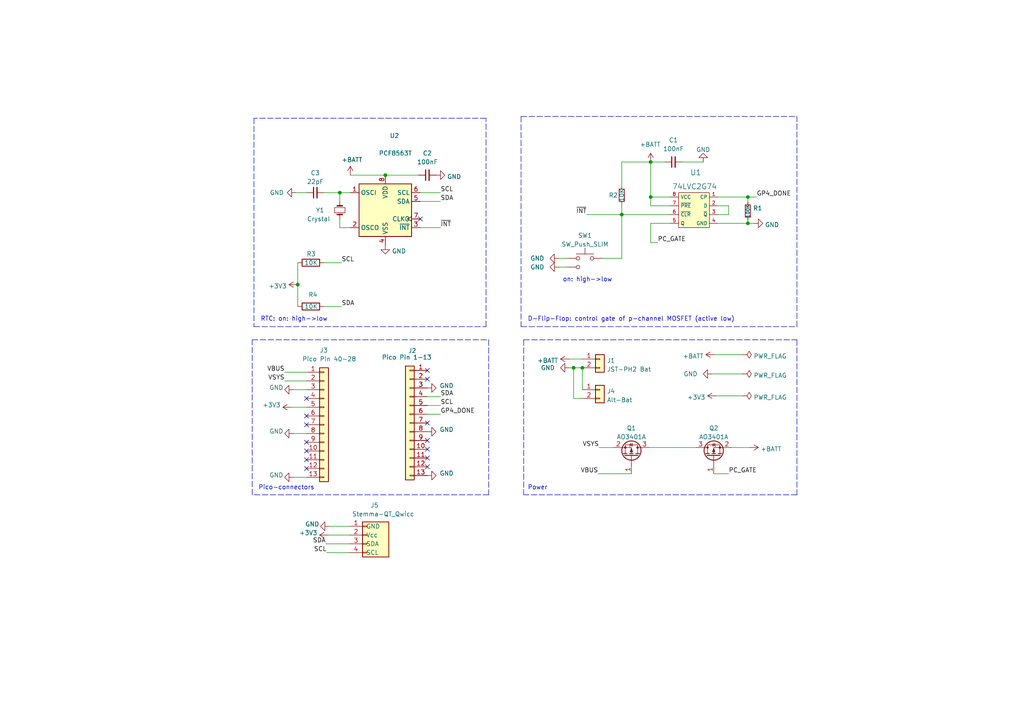
<source format=kicad_sch>
(kicad_sch (version 20211123) (generator eeschema)
  (paper "A4")
  (title_block (title "pico-power-switch") (date "2023-05-25") (rev "1.0") (company "Bernhard Bablok") (comment 1 "https://github.com/bablokb/pcb-pico-power-switch"))
  (lib_symbols
    (symbol "Connector_Generic:Conn_01x02" (pin_names (offset 1.016) hide)
      (property "Reference" "J" (at 0 2.54 0))
      (property "Value" "Conn_01x02" (at 0 -5.08 0))
      (symbol "Conn_01x02_1_1"
        (rectangle (start -1.27 -2.413) (end 0 -2.667) (stroke (width 0.1524)))
        (rectangle (start -1.27 0.127) (end 0 -0.127) (stroke (width 0.1524)))
        (rectangle (start -1.27 1.27) (end 1.27 -3.81) (stroke (width 0.254)) (fill (type background)))
        (pin passive line (at -5.08 0 0) (length 3.81) (name "Pin_1") (number "1"))
        (pin passive line (at -5.08 -2.54 0) (length 3.81) (name "Pin_2") (number "2"))
      )
    )
    (symbol "Connector_Generic:Conn_01x13" (pin_names (offset 1.016) hide)
      (property "Reference" "J" (at 0 17.78 0))
      (property "Value" "Conn_01x13" (at 0 -17.78 0))
      (symbol "Conn_01x13_1_1"
        (rectangle (start -1.27 -15.113) (end 0 -15.367) (stroke (width 0.1524)))
        (rectangle (start -1.27 -12.573) (end 0 -12.827) (stroke (width 0.1524)))
        (rectangle (start -1.27 -10.033) (end 0 -10.287) (stroke (width 0.1524)))
        (rectangle (start -1.27 -7.493) (end 0 -7.747) (stroke (width 0.1524)))
        (rectangle (start -1.27 -4.953) (end 0 -5.207) (stroke (width 0.1524)))
        (rectangle (start -1.27 -2.413) (end 0 -2.667) (stroke (width 0.1524)))
        (rectangle (start -1.27 0.127) (end 0 -0.127) (stroke (width 0.1524)))
        (rectangle (start -1.27 2.667) (end 0 2.413) (stroke (width 0.1524)))
        (rectangle (start -1.27 5.207) (end 0 4.953) (stroke (width 0.1524)))
        (rectangle (start -1.27 7.747) (end 0 7.493) (stroke (width 0.1524)))
        (rectangle (start -1.27 10.287) (end 0 10.033) (stroke (width 0.1524)))
        (rectangle (start -1.27 12.827) (end 0 12.573) (stroke (width 0.1524)))
        (rectangle (start -1.27 15.367) (end 0 15.113) (stroke (width 0.1524)))
        (rectangle (start -1.27 16.51) (end 1.27 -16.51) (stroke (width 0.254)) (fill (type background)))
        (pin passive line (at -5.08 15.24 0) (length 3.81) (name "Pin_1") (number "1"))
        (pin passive line (at -5.08 -7.62 0) (length 3.81) (name "Pin_10") (number "10"))
        (pin passive line (at -5.08 -10.16 0) (length 3.81) (name "Pin_11") (number "11"))
        (pin passive line (at -5.08 -12.7 0) (length 3.81) (name "Pin_12") (number "12"))
        (pin passive line (at -5.08 -15.24 0) (length 3.81) (name "Pin_13") (number "13"))
        (pin passive line (at -5.08 12.7 0) (length 3.81) (name "Pin_2") (number "2"))
        (pin passive line (at -5.08 10.16 0) (length 3.81) (name "Pin_3") (number "3"))
        (pin passive line (at -5.08 7.62 0) (length 3.81) (name "Pin_4") (number "4"))
        (pin passive line (at -5.08 5.08 0) (length 3.81) (name "Pin_5") (number "5"))
        (pin passive line (at -5.08 2.54 0) (length 3.81) (name "Pin_6") (number "6"))
        (pin passive line (at -5.08 0 0) (length 3.81) (name "Pin_7") (number "7"))
        (pin passive line (at -5.08 -2.54 0) (length 3.81) (name "Pin_8") (number "8"))
        (pin passive line (at -5.08 -5.08 0) (length 3.81) (name "Pin_9") (number "9"))
      )
    )
    (symbol "Device:C_Small" (pin_numbers hide) (pin_names (offset 0.254) hide)
      (property "Reference" "C" (at 0.254 1.778 0))
      (property "Value" "C_Small" (at 0.254 -2.032 0))
      (symbol "C_Small_0_1"
        (polyline (pts (xy -1.524 -0.508) (xy 1.524 -0.508)) (stroke (width 0.3302)))
        (polyline (pts (xy -1.524 0.508) (xy 1.524 0.508)) (stroke (width 0.3048)))
      )
      (symbol "C_Small_1_1"
        (pin passive line (at 0 2.54 270) (length 2.032) (name "~") (number "1"))
        (pin passive line (at 0 -2.54 90) (length 2.032) (name "~") (number "2"))
      )
    )
    (symbol "Device:Crystal_Small" (pin_numbers hide) (pin_names (offset 1.016) hide)
      (property "Reference" "Y" (at 0 2.54 0))
      (property "Value" "Crystal_Small" (at 0 -2.54 0))
      (symbol "Crystal_Small_0_1"
        (rectangle (start -0.762 -1.524) (end 0.762 1.524))
        (polyline (pts (xy -1.27 -0.762) (xy -1.27 0.762)) (stroke (width 0.381)))
        (polyline (pts (xy 1.27 -0.762) (xy 1.27 0.762)) (stroke (width 0.381)))
      )
      (symbol "Crystal_Small_1_1"
        (pin passive line (at -2.54 0 0) (length 1.27) (name "1") (number "1"))
        (pin passive line (at 2.54 0 180) (length 1.27) (name "2") (number "2"))
      )
    )
    (symbol "Device:R" (pin_numbers hide) (pin_names (offset 0))
      (property "Reference" "R" (at 2.032 0 90))
      (property "Value" "R" (at 0 0 90))
      (symbol "R_0_1"
        (rectangle (start -1.016 -2.54) (end 1.016 2.54) (stroke (width 0.254)))
      )
      (symbol "R_1_1"
        (pin passive line (at 0 3.81 270) (length 1.27) (name "~") (number "1"))
        (pin passive line (at 0 -3.81 90) (length 1.27) (name "~") (number "2"))
      )
    )
    (symbol "Device:R_Small" (pin_numbers hide) (pin_names (offset 0.254) hide)
      (property "Reference" "R" (at 0.762 0.508 0))
      (property "Value" "R_Small" (at 0.762 -1.016 0))
      (symbol "R_Small_0_1"
        (rectangle (start -0.762 1.778) (end 0.762 -1.778) (stroke (width 0.2032)))
      )
      (symbol "R_Small_1_1"
        (pin passive line (at 0 2.54 270) (length 0.762) (name "~") (number "1"))
        (pin passive line (at 0 -2.54 90) (length 0.762) (name "~") (number "2"))
      )
    )
    (symbol "Timer_RTC:PCF8563T"
      (property "Reference" "U" (at -7.62 8.89 0))
      (property "Value" "PCF8563T" (at 2.54 8.89 0))
      (symbol "PCF8563T_0_1"
        (rectangle (start -7.62 7.62) (end 7.62 -7.62) (stroke (width 0.254)) (fill (type background)))
      )
      (symbol "PCF8563T_1_1"
        (pin input line (at -10.16 5.08 0) (length 2.54) (name "OSCI") (number "1"))
        (pin output line (at -10.16 -5.08 0) (length 2.54) (name "OSCO") (number "2"))
        (pin output line (at 10.16 -5.08 180) (length 2.54) (name "~{INT}") (number "3"))
        (pin power_in line (at 0 -10.16 90) (length 2.54) (name "VSS") (number "4"))
        (pin bidirectional line (at 10.16 2.54 180) (length 2.54) (name "SDA") (number "5"))
        (pin input line (at 10.16 5.08 180) (length 2.54) (name "SCL") (number "6"))
        (pin output clock (at 10.16 -2.54 180) (length 2.54) (name "CLKO") (number "7"))
        (pin power_in line (at 0 10.16 270) (length 2.54) (name "VDD") (number "8"))
      )
    )
    (symbol "Transistor_FET:AO3401A" (pin_names hide)
      (property "Reference" "Q" (at 5.08 1.905 0))
      (property "Value" "AO3401A" (at 5.08 0 0))
      (symbol "AO3401A_0_1"
        (polyline (pts (xy 0.254 0) (xy -2.54 0)))
        (polyline (pts (xy 0.254 1.905) (xy 0.254 -1.905)) (stroke (width 0.254)))
        (polyline (pts (xy 0.762 -1.27) (xy 0.762 -2.286)) (stroke (width 0.254)))
        (polyline (pts (xy 0.762 0.508) (xy 0.762 -0.508)) (stroke (width 0.254)))
        (polyline (pts (xy 0.762 2.286) (xy 0.762 1.27)) (stroke (width 0.254)))
        (polyline (pts (xy 2.54 2.54) (xy 2.54 1.778)))
        (polyline (pts (xy 2.54 -2.54) (xy 2.54 0) (xy 0.762 0)))
        (polyline (pts (xy 0.762 1.778) (xy 3.302 1.778) (xy 3.302 -1.778) (xy 0.762 -1.778)))
        (polyline (pts (xy 2.286 0) (xy 1.27 0.381) (xy 1.27 -0.381) (xy 2.286 0)) (fill (type outline)))
        (polyline (pts (xy 2.794 -0.508) (xy 2.921 -0.381) (xy 3.683 -0.381) (xy 3.81 -0.254)))
        (polyline (pts (xy 3.302 -0.381) (xy 2.921 0.254) (xy 3.683 0.254) (xy 3.302 -0.381)))
        (circle (center 1.651 0) (radius 2.794) (stroke (width 0.254)))
        (circle (center 2.54 -1.778) (radius 0.254) (fill (type outline)))
        (circle (center 2.54 1.778) (radius 0.254) (fill (type outline)))
      )
      (symbol "AO3401A_1_1"
        (pin input line (at -5.08 0 0) (length 2.54) (name "G") (number "1"))
        (pin passive line (at 2.54 -5.08 90) (length 2.54) (name "S") (number "2"))
        (pin passive line (at 2.54 5.08 270) (length 2.54) (name "D") (number "3"))
      )
    )
    (symbol "power:+3V3" (power) (pin_names (offset 0))
      (property "Value" "+3V3" (at 0 3.556 0))
      (symbol "+3V3_0_1"
        (polyline (pts (xy -0.762 1.27) (xy 0 2.54)))
        (polyline (pts (xy 0 0) (xy 0 2.54)))
        (polyline (pts (xy 0 2.54) (xy 0.762 1.27)))
      )
      (symbol "+3V3_1_1"
        (pin power_in line (at 0 0 90) (length 0) hide (name "+3V3") (number "1"))
      )
    )
    (symbol "power:+BATT" (power) (pin_names (offset 0))
      (property "Value" "+BATT" (at 0 3.556 0))
      (symbol "+BATT_0_1"
        (polyline (pts (xy -0.762 1.27) (xy 0 2.54)))
        (polyline (pts (xy 0 0) (xy 0 2.54)))
        (polyline (pts (xy 0 2.54) (xy 0.762 1.27)))
      )
      (symbol "+BATT_1_1"
        (pin power_in line (at 0 0 90) (length 0) hide (name "+BATT") (number "1"))
      )
    )
    (symbol "power:GND" (power) (pin_names (offset 0))
      (property "Value" "GND" (at 0 -3.81 0))
      (symbol "GND_0_1"
        (polyline (pts (xy 0 0) (xy 0 -1.27) (xy 1.27 -1.27) (xy 0 -2.54) (xy -1.27 -1.27) (xy 0 -1.27)))
      )
      (symbol "GND_1_1"
        (pin power_in line (at 0 0 270) (length 0) hide (name "GND") (number "1"))
      )
    )
    (symbol "power:PWR_FLAG" (power) (pin_numbers hide) (pin_names (offset 0) hide)
      (property "Value" "PWR_FLAG" (at 0 3.81 0))
      (symbol "PWR_FLAG_0_0"
        (pin power_out line (at 0 0 90) (length 0) (name "pwr") (number "1"))
      )
      (symbol "PWR_FLAG_0_1"
        (polyline (pts (xy 0 0) (xy 0 1.27) (xy -1.016 1.905) (xy 0 2.54) (xy 1.016 1.905) (xy 0 1.27)))
      )
    )
    (symbol "user:74LVC2G74"
      (property "Reference" "U" (at 1.27 11.43 0))
      (property "Value" "74LVC2G74" (at 1.27 -3.81 0))
      (symbol "74LVC2G74_0_1"
        (rectangle (start -2.54 10.16) (end 6.35 0) (stroke (width 0.1524)) (fill (type background)))
      )
      (symbol "74LVC2G74_1_1"
        (pin input line (at -5.08 8.89 0) (length 2.54) (name "CP") (number "1"))
        (pin input line (at -5.08 6.35 0) (length 2.54) (name "D") (number "2"))
        (pin output line (at -5.08 3.81 0) (length 2.54) (name "~{Q}") (number "3"))
        (pin power_in line (at -5.08 1.27 0) (length 2.54) (name "GND") (number "4"))
        (pin output line (at 8.89 1.27 180) (length 2.54) (name "Q") (number "5"))
        (pin input line (at 8.89 3.81 180) (length 2.54) (name "~{CLR}") (number "6"))
        (pin input line (at 8.89 6.35 180) (length 2.54) (name "~{PRE}") (number "7"))
        (pin power_in line (at 8.89 8.89 180) (length 2.54) (name "VCC") (number "8"))
      )
    )
    (symbol "user:SW_Push_SLIM" (pin_numbers hide) (pin_names (offset 1.016) hide)
      (property "Reference" "SW" (at 1.27 2.54 0))
      (property "Value" "SW_Push_SLIM" (at 0 -5.08 0))
      (symbol "SW_Push_SLIM_0_1"
        (circle (center -2.032 -2.54) (radius 0.508))
        (circle (center -2.032 0) (radius 0.508))
        (polyline (pts (xy 0 1.27) (xy 0 3.048)))
        (polyline (pts (xy 2.54 1.27) (xy -2.54 1.27)))
        (circle (center 2.032 0) (radius 0.508))
        (pin passive line (at -5.08 0 0) (length 2.54) (name "1") (number "1"))
        (pin passive line (at 5.08 0 180) (length 2.54) (name "2") (number "2"))
        (pin passive line (at -5.08 -2.54 0) (length 2.54) (name "1") (number "3"))
      )
    )
    (symbol "user:Stemma-QT_Qwicc" (pin_names (offset 1.016))
      (property "Reference" "J" (at 2.54 8.89 0))
      (property "Value" "Stemma-QT_Qwicc" (at 2.54 6.35 0))
      (symbol "Stemma-QT_Qwicc_1_1"
        (rectangle (start -1.27 -4.953) (end 0 -5.207) (stroke (width 0.1524)))
        (rectangle (start -1.27 -2.413) (end 0 -2.667) (stroke (width 0.1524)))
        (rectangle (start -1.27 0.127) (end 0 -0.127) (stroke (width 0.1524)))
        (rectangle (start -1.27 2.667) (end 0 2.413) (stroke (width 0.1524)))
        (rectangle (start -1.27 3.81) (end 6.35 -6.35) (stroke (width 0.254)) (fill (type background)))
        (pin power_in line (at -5.08 2.54 0) (length 3.81) (name "GND") (number "1"))
        (pin power_in line (at -5.08 0 0) (length 3.81) (name "Vcc") (number "2"))
        (pin bidirectional line (at -5.08 -2.54 0) (length 3.81) (name "SDA") (number "3"))
        (pin bidirectional line (at -5.08 -5.08 0) (length 3.81) (name "SCL") (number "4"))
      )
    )
  )
  (junction (at 188.722 46.99))
  (junction (at 86.36 82.55))
  (junction (at 98.552 55.88))
  (junction (at 188.722 57.15))
  (junction (at 180.34 62.23))
  (junction (at 111.76 50.8))
  (junction (at 216.916 64.77))
  (junction (at 166.37 106.68))
  (junction (at 216.916 57.15))
  (junction (at 168.91 106.68))
  (no_connect (at 88.9 128.27))
  (no_connect (at 123.952 130.302))
  (no_connect (at 123.952 107.442))
  (no_connect (at 123.952 109.982))
  (no_connect (at 88.9 115.57))
  (no_connect (at 123.952 127.762))
  (no_connect (at 88.9 133.35))
  (no_connect (at 123.952 132.842))
  (no_connect (at 123.952 122.682))
  (no_connect (at 88.9 135.89))
  (no_connect (at 88.9 120.65))
  (no_connect (at 88.9 130.81))
  (no_connect (at 88.9 123.19))
  (no_connect (at 121.92 63.5))
  (no_connect (at 123.952 135.382))
  (wire (pts (xy 127.762 55.88) (xy 121.92 55.88)))
  (wire (pts (xy 207.264 102.87) (xy 215.392 102.87)))
  (polyline (pts (xy 140.97 94.742) (xy 140.97 34.29)))
  (polyline (pts (xy 141.732 98.552) (xy 141.732 143.51)))
  (wire (pts (xy 85.09 113.03) (xy 88.9 113.03)))
  (wire (pts (xy 101.6 55.88) (xy 98.552 55.88)))
  (wire (pts (xy 216.916 58.674) (xy 216.916 57.15)))
  (polyline (pts (xy 140.97 34.29) (xy 73.66 34.29)))
  (wire (pts (xy 170.18 62.23) (xy 180.34 62.23)))
  (wire (pts (xy 166.37 106.68) (xy 166.37 115.57)))
  (wire (pts (xy 216.916 64.77) (xy 218.694 64.77)))
  (wire (pts (xy 123.952 115.062) (xy 127.762 115.062)))
  (wire (pts (xy 188.722 70.358) (xy 190.754 70.358)))
  (wire (pts (xy 168.91 115.57) (xy 166.37 115.57)))
  (polyline (pts (xy 73.66 94.742) (xy 140.97 94.742)))
  (wire (pts (xy 98.552 63.5) (xy 98.552 66.04)))
  (wire (pts (xy 127.762 66.04) (xy 121.92 66.04)))
  (wire (pts (xy 85.09 138.43) (xy 88.9 138.43)))
  (wire (pts (xy 211.328 62.23) (xy 211.328 59.69)))
  (polyline (pts (xy 151.13 33.782) (xy 151.13 94.742)))
  (wire (pts (xy 188.722 64.77) (xy 188.722 70.358)))
  (wire (pts (xy 94.488 157.734) (xy 101.346 157.734)))
  (wire (pts (xy 82.55 107.95) (xy 88.9 107.95)))
  (wire (pts (xy 111.76 50.8) (xy 121.412 50.8)))
  (wire (pts (xy 123.952 120.142) (xy 127.762 120.142)))
  (polyline (pts (xy 73.152 98.552) (xy 141.732 98.552)))
  (wire (pts (xy 84.582 118.11) (xy 88.9 118.11)))
  (wire (pts (xy 216.916 57.15) (xy 219.456 57.15)))
  (polyline (pts (xy 73.152 143.51) (xy 73.152 98.552)))
  (wire (pts (xy 180.34 74.93) (xy 180.34 62.23)))
  (wire (pts (xy 188.722 46.99) (xy 188.722 57.15)))
  (wire (pts (xy 194.31 64.77) (xy 188.722 64.77)))
  (wire (pts (xy 208.28 57.15) (xy 216.916 57.15)))
  (wire (pts (xy 173.482 137.414) (xy 183.134 137.414)))
  (wire (pts (xy 212.09 129.794) (xy 217.424 129.794)))
  (wire (pts (xy 166.37 106.68) (xy 168.91 106.68)))
  (polyline (pts (xy 151.892 98.552) (xy 231.14 98.552)))
  (wire (pts (xy 93.98 55.88) (xy 98.552 55.88)))
  (wire (pts (xy 173.736 129.794) (xy 178.054 129.794)))
  (polyline (pts (xy 151.892 98.552) (xy 151.892 143.51)))
  (wire (pts (xy 197.866 46.99) (xy 203.962 46.99)))
  (wire (pts (xy 98.552 55.88) (xy 98.552 58.42)))
  (wire (pts (xy 165.1 104.14) (xy 168.91 104.14)))
  (wire (pts (xy 85.852 55.88) (xy 88.9 55.88)))
  (polyline (pts (xy 231.14 94.742) (xy 231.14 33.782)))
  (wire (pts (xy 86.36 82.55) (xy 86.36 88.9)))
  (wire (pts (xy 123.952 117.602) (xy 127.762 117.602)))
  (wire (pts (xy 94.742 160.274) (xy 101.346 160.274)))
  (wire (pts (xy 162.052 74.93) (xy 164.592 74.93)))
  (wire (pts (xy 208.28 64.77) (xy 216.916 64.77)))
  (polyline (pts (xy 73.66 34.29) (xy 73.66 94.742)))
  (wire (pts (xy 85.09 125.73) (xy 88.9 125.73)))
  (wire (pts (xy 188.722 57.15) (xy 188.722 59.69)))
  (wire (pts (xy 211.328 59.69) (xy 208.28 59.69)))
  (wire (pts (xy 174.752 74.93) (xy 180.34 74.93)))
  (wire (pts (xy 215.392 114.808) (xy 207.772 114.808)))
  (wire (pts (xy 168.91 106.68) (xy 168.91 113.03)))
  (wire (pts (xy 180.34 59.182) (xy 180.34 62.23)))
  (wire (pts (xy 188.722 46.99) (xy 192.786 46.99)))
  (wire (pts (xy 188.214 129.794) (xy 201.93 129.794)))
  (wire (pts (xy 99.06 76.2) (xy 93.98 76.2)))
  (wire (pts (xy 180.34 62.23) (xy 194.31 62.23)))
  (wire (pts (xy 95.504 152.654) (xy 101.346 152.654)))
  (wire (pts (xy 95.25 155.194) (xy 101.346 155.194)))
  (wire (pts (xy 180.34 46.99) (xy 188.722 46.99)))
  (polyline (pts (xy 231.14 98.552) (xy 231.14 143.51)))
  (wire (pts (xy 208.28 62.23) (xy 211.328 62.23)))
  (wire (pts (xy 86.36 76.2) (xy 86.36 82.55)))
  (wire (pts (xy 215.392 108.458) (xy 206.502 108.458)))
  (wire (pts (xy 82.55 110.49) (xy 88.9 110.49)))
  (wire (pts (xy 101.6 50.8) (xy 111.76 50.8)))
  (wire (pts (xy 127.762 58.42) (xy 121.92 58.42)))
  (wire (pts (xy 216.916 63.754) (xy 216.916 64.77)))
  (wire (pts (xy 211.328 137.414) (xy 207.01 137.414)))
  (wire (pts (xy 98.552 66.04) (xy 101.6 66.04)))
  (wire (pts (xy 180.34 54.102) (xy 180.34 46.99)))
  (wire (pts (xy 162.052 77.47) (xy 164.592 77.47)))
  (wire (pts (xy 188.722 59.69) (xy 194.31 59.69)))
  (wire (pts (xy 99.06 88.9) (xy 93.98 88.9)))
  (wire (pts (xy 165.1 106.68) (xy 166.37 106.68)))
  (polyline (pts (xy 141.732 143.51) (xy 73.152 143.51)))
  (polyline (pts (xy 151.13 94.742) (xy 231.14 94.742)))
  (polyline (pts (xy 151.13 33.782) (xy 231.14 33.782)))
  (polyline (pts (xy 231.14 143.51) (xy 151.892 143.51)))
  (wire (pts (xy 188.722 57.15) (xy 194.31 57.15)))
  (text "Power" (at 153.035 142.24 0) (effects (font (size 1.27 1.27)) (justify left bottom)))
  (text "D-Flip-Flop: control gate of p-channel MOSFET (active low)" (at 153.035 93.345 0) (effects (font (size 1.27 1.27)) (justify left bottom)))
  (text "Pico-connectors" (at 74.93 142.24 0) (effects (font (size 1.27 1.27)) (justify left bottom)))
  (text "RTC: on: high->low" (at 75.565 93.345 0) (effects (font (size 1.27 1.27)) (justify left bottom)))
  (text "on: high->low" (at 163.195 81.915 0) (effects (font (size 1.27 1.27)) (justify left bottom)))
  (label "SDA" (at 127.762 115.062 0))
  (label "VSYS" (at 82.55 110.49 180))
  (label "SCL" (at 94.742 160.274 180))
  (label "PC_GATE" (at 211.328 137.414 0))
  (label "VSYS" (at 173.736 129.794 180))
  (label "SCL" (at 127.762 117.602 0))
  (label "~{INT}" (at 170.18 62.23 180))
  (label "SDA" (at 99.06 88.9 0))
  (label "SCL" (at 127.762 55.88 0))
  (label "GP4_DONE" (at 219.456 57.15 0))
  (label "SCL" (at 99.06 76.2 0))
  (label "~{INT}" (at 127.762 66.04 0))
  (label "VBUS" (at 82.55 107.95 180))
  (label "GP4_DONE" (at 127.762 120.142 0))
  (label "VBUS" (at 173.482 137.414 180))
  (label "PC_GATE" (at 190.754 70.358 0))
  (label "SDA" (at 94.488 157.734 180))
  (label "SDA" (at 127.762 58.42 0))
  (symbol (lib_id "Device:C_Small") (at 123.952 50.8 90) (unit 1)
    (property "Reference" "C2" (at 123.952 44.45 90))
    (property "Value" "100nF" (at 123.952 46.99 90))
    (property "Footprint" "Capacitor_SMD:C_0402_1005Metric" (effects hide))
    (property "LCSC" "C1525" (effects hide))
  )
  (symbol (lib_id "Connector_Generic:Conn_01x02") (at 173.99 104.14 0) (unit 1) (in_bom no)
    (property "Reference" "J1" (at 176.022 104.5753 0) (effects (justify left)))
    (property "Value" "JST-PH2 Bat" (at 176.022 107.1122 0) (effects (justify left)))
    (property "Footprint" "Connector_JST:JST_PH_S2B-PH-SM4-TB_1x02-1MP_P2.00mm_Horizontal" (effects hide))
  )
  (symbol (lib_id "power:GND") (at 123.952 137.922 90) (mirror x) (unit 1)
    (property "Reference" "#PWR0107" (effects hide))
    (property "Value" "GND" (at 131.572 137.287 90) (effects (justify left)))
  )
  (symbol (lib_id "power:+3V3") (at 86.36 82.55 90) (unit 1)
    (property "Reference" "#PWR010" (effects hide))
    (property "Value" "+3V3" (at 83.185 82.9838 90) (effects (justify left)))
  )
  (symbol (lib_id "power:GND") (at 162.052 77.47 270) (unit 1)
    (property "Reference" "#PWR0110" (effects hide))
    (property "Value" "GND" (at 153.797 77.47 90) (effects (justify left)))
  )
  (symbol (lib_id "power:PWR_FLAG") (at 215.392 108.458 270) (unit 1)
    (property "Reference" "#FLG0102" (effects hide))
    (property "Value" "PWR_FLAG" (at 218.567 108.8918 90) (effects (justify left)))
  )
  (symbol (lib_id "power:GND") (at 162.052 74.93 270) (unit 1)
    (property "Reference" "#PWR09" (effects hide))
    (property "Value" "GND" (at 153.797 74.93 90) (effects (justify left)))
  )
  (symbol (lib_id "power:GND") (at 85.09 138.43 270) (unit 1)
    (property "Reference" "#PWR0108" (effects hide))
    (property "Value" "GND" (at 78.105 137.795 90) (effects (justify left)))
  )
  (symbol (lib_id "Connector_Generic:Conn_01x13") (at 93.98 123.19 0) (unit 1) (in_bom no)
    (property "Reference" "J3" (at 92.71 101.6 0) (effects (justify left)))
    (property "Value" "Pico Pin 40-28" (at 87.63 104.14 0) (effects (justify left)))
    (property "Footprint" "Connector_PinHeader_2.54mm:PinHeader_1x13_P2.54mm_Vertical" (effects hide))
  )
  (symbol (lib_id "Device:R_Small") (at 180.34 56.642 0) (unit 1)
    (property "Reference" "R2" (at 176.53 56.642 0) (effects (justify left)))
    (property "Value" "10K" (at 180.34 58.547 90) (effects (justify left)))
    (property "Footprint" "Resistor_SMD:R_0402_1005Metric" (effects hide))
    (property "LCSC" "C25744" (effects hide))
  )
  (symbol (lib_id "power:+BATT") (at 207.264 102.87 90) (unit 1)
    (property "Reference" "#PWR0101" (effects hide))
    (property "Value" "+BATT" (at 204.089 103.3038 90) (effects (justify left)))
  )
  (symbol (lib_id "power:GND") (at 85.852 55.88 270) (unit 1)
    (property "Reference" "#PWR06" (effects hide))
    (property "Value" "GND" (at 78.232 55.88 90) (effects (justify left)))
  )
  (symbol (lib_id "power:GND") (at 123.952 112.522 90) (mirror x) (unit 1)
    (property "Reference" "#PWR014" (effects hide))
    (property "Value" "GND" (at 131.572 111.887 90) (effects (justify left)))
  )
  (symbol (lib_id "Device:Crystal_Small") (at 98.552 60.96 90) (unit 1)
    (property "Reference" "Y1" (at 91.567 60.96 90) (effects (justify right)))
    (property "Value" "Crystal" (at 89.027 63.5 90) (effects (justify right)))
    (property "Footprint" "Crystal:Crystal_SMD_3215-2Pin_3.2x1.5mm" (effects hide))
    (property "LCSC" "C32346" (effects hide))
  )
  (symbol (lib_id "power:GND") (at 165.1 106.68 270) (unit 1)
    (property "Reference" "#PWR013" (effects hide))
    (property "Value" "GND" (at 156.845 106.68 90) (effects (justify left)))
  )
  (symbol (lib_id "user:Stemma-QT_Qwicc") (at 106.426 155.194 0) (unit 1)
    (property "Reference" "J5" (at 107.442 146.558 0) (effects (justify left)))
    (property "Value" "Stemma-QT_Qwicc" (at 102.108 149.098 0) (effects (justify left)))
    (property "Footprint" "Connector_JST:JST_SH_SM04B-SRSS-TB_1x04-1MP_P1.00mm_Horizontal" (effects hide))
  )
  (symbol (lib_id "user:SW_Push_SLIM") (at 169.672 74.93 0) (unit 1) (in_bom no)
    (property "Reference" "SW1" (at 169.672 68.3092 0))
    (property "Value" "SW_Push_SLIM" (at 169.672 70.8461 0))
    (property "Footprint" "user:SW_PUSH_SLIM_1x4" (effects hide))
  )
  (symbol (lib_id "Device:C_Small") (at 195.326 46.99 90) (unit 1)
    (property "Reference" "C1" (at 195.326 40.64 90))
    (property "Value" "100nF" (at 195.326 43.18 90))
    (property "Footprint" "Capacitor_SMD:C_0402_1005Metric" (effects hide))
    (property "LCSC" "C1525" (effects hide))
  )
  (symbol (lib_id "power:+3V3") (at 207.772 114.808 90) (unit 1)
    (property "Reference" "#PWR0103" (effects hide))
    (property "Value" "+3V3" (at 204.597 115.2418 90) (effects (justify left)))
  )
  (symbol (lib_id "Device:R") (at 90.17 88.9 270) (unit 1)
    (property "Reference" "R4" (at 89.4269 85.471 90) (effects (justify left)))
    (property "Value" "10K" (at 88.265 88.9 90) (effects (justify left)))
    (property "Footprint" "Resistor_SMD:R_0402_1005Metric" (effects hide))
    (property "LCSC" "C25744" (effects hide))
  )
  (symbol (lib_id "power:GND") (at 206.502 108.458 270) (unit 1)
    (property "Reference" "#PWR0102" (effects hide))
    (property "Value" "GND" (at 198.247 108.458 90) (effects (justify left)))
  )
  (symbol (lib_id "power:+BATT") (at 217.424 129.794 270) (unit 1)
    (property "Reference" "#PWR011" (effects hide))
    (property "Value" "+BATT" (at 220.599 130.2278 90) (effects (justify left)))
  )
  (symbol (lib_id "Connector_Generic:Conn_01x02") (at 173.99 113.03 0) (unit 1) (in_bom no)
    (property "Reference" "J4" (at 176.022 113.4653 0) (effects (justify left)))
    (property "Value" "Alt-Bat" (at 176.022 116.0022 0) (effects (justify left)))
    (property "Footprint" "Connector_PinHeader_2.54mm:PinHeader_1x02_P2.54mm_Vertical" (effects hide))
  )
  (symbol (lib_id "Transistor_FET:AO3401A") (at 207.01 132.334 90) (unit 1)
    (property "Reference" "Q2" (at 207.01 124.1892 90))
    (property "Value" "AO3401A" (at 207.01 126.7261 90))
    (property "Footprint" "Package_TO_SOT_SMD:SOT-23" (effects hide))
    (property "Datasheet" "http://www.aosmd.com/pdfs/datasheet/AO3401A.pdf" (effects hide))
  )
  (symbol (lib_id "Device:R_Small") (at 216.916 61.214 180) (unit 1)
    (property "Reference" "R1" (at 218.4146 60.3793 0) (effects (justify right)))
    (property "Value" "100K" (at 216.916 63.246 90) (effects (font (size 1 1)) (justify right)))
    (property "Footprint" "Resistor_SMD:R_0402_1005Metric" (effects hide))
    (property "LCSC" "C25741" (effects hide))
  )
  (symbol (lib_id "power:GND") (at 218.694 64.77 90) (unit 1)
    (property "Reference" "#PWR08" (effects hide))
    (property "Value" "GND" (at 221.869 65.2038 90) (effects (justify right)))
  )
  (symbol (lib_id "power:+3V3") (at 84.582 118.11 90) (unit 1)
    (property "Reference" "#PWR0105" (effects hide))
    (property "Value" "+3V3" (at 81.407 117.475 90) (effects (justify left)))
  )
  (symbol (lib_id "Connector_Generic:Conn_01x13") (at 118.872 122.682 0) (mirror y) (unit 1) (in_bom no)
    (property "Reference" "J2" (at 120.777 101.727 0) (effects (justify left)))
    (property "Value" "Pico Pin 1-13" (at 125.222 103.632 0) (effects (justify left)))
    (property "Footprint" "Connector_PinHeader_2.54mm:PinHeader_1x13_P2.54mm_Vertical" (effects hide))
  )
  (symbol (lib_id "power:+BATT") (at 101.6 50.8 0) (unit 1)
    (property "Reference" "#PWR04" (effects hide))
    (property "Value" "+BATT" (at 99.06 46.355 0) (effects (justify left)))
  )
  (symbol (lib_id "Device:C_Small") (at 91.44 55.88 90) (unit 1)
    (property "Reference" "C3" (at 91.44 50.165 90))
    (property "Value" "22pF" (at 91.44 52.705 90))
    (property "Footprint" "Capacitor_SMD:C_0402_1005Metric" (effects hide))
    (property "LCSC" "C1555" (effects hide))
  )
  (symbol (lib_id "power:GND") (at 126.492 50.8 90) (unit 1)
    (property "Reference" "#PWR05" (effects hide))
    (property "Value" "GND" (at 129.667 51.2338 90) (effects (justify right)))
  )
  (symbol (lib_id "power:GND") (at 85.09 125.73 270) (unit 1)
    (property "Reference" "#PWR0109" (effects hide))
    (property "Value" "GND" (at 78.105 125.095 90) (effects (justify left)))
  )
  (symbol (lib_id "power:+BATT") (at 165.1 104.14 90) (unit 1)
    (property "Reference" "#PWR012" (effects hide))
    (property "Value" "+BATT" (at 161.925 104.5738 90) (effects (justify left)))
  )
  (symbol (lib_id "user:74LVC2G74") (at 203.2 66.04 0) (mirror y) (unit 1)
    (property "Reference" "U1" (at 203.454 50.038 0) (effects (font (size 1.524 1.524)) (justify left)))
    (property "Value" "74LVC2G74" (at 208.026 54.102 0) (effects (font (size 1.524 1.524)) (justify left)))
    (property "Footprint" "Package_SO:TSSOP-8_3x3mm_P0.65mm" (effects hide))
    (property "Datasheet" "http://www.ti.com/general/docs/suppproductinfo.tsp?distId=10&gotoUrl=http%3A%2F%2Fwww.ti.com%2Flit%2Fgpn%2Fsn74hc74" (effects hide))
    (property "Digi-Key_PN" "296-1602-5-ND" (effects hide))
    (property "MPN" "SN74HC74N" (effects hide))
    (property "Category" "Integrated Circuits (ICs)" (effects hide))
    (property "Family" "Logic - Flip Flops" (effects hide))
    (property "DK_Datasheet_Link" "http://www.ti.com/general/docs/suppproductinfo.tsp?distId=10&gotoUrl=http%3A%2F%2Fwww.ti.com%2Flit%2Fgpn%2Fsn74hc74" (effects hide))
    (property "DK_Detail_Page" "/product-detail/en/texas-instruments/SN74HC74N/296-1602-5-ND/277248" (effects hide))
    (property "Description" "IC FF D-TYPE DUAL 1BIT 14DIP" (effects hide))
    (property "Manufacturer" "Texas Instruments" (effects hide))
    (property "Status" "Active" (effects hide))
    (property "LCSC" "C6762" (effects hide))
  )
  (symbol (lib_id "power:+3V3") (at 95.25 155.194 90) (unit 1)
    (property "Reference" "#PWR015" (effects hide))
    (property "Value" "+3V3" (at 92.075 154.559 90) (effects (justify left)))
  )
  (symbol (lib_id "power:GND") (at 111.76 71.12 0) (unit 1)
    (property "Reference" "#PWR07" (effects hide))
    (property "Value" "GND" (at 113.665 72.8238 0) (effects (justify left)))
  )
  (symbol (lib_id "Device:R") (at 90.17 76.2 270) (unit 1)
    (property "Reference" "R3" (at 88.9 73.66 90) (effects (justify left)))
    (property "Value" "10K" (at 88.265 76.2 90) (effects (justify left)))
    (property "Footprint" "Resistor_SMD:R_0402_1005Metric" (effects hide))
    (property "LCSC" "C25744" (effects hide))
  )
  (symbol (lib_id "power:PWR_FLAG") (at 215.392 114.808 270) (unit 1)
    (property "Reference" "#FLG0103" (effects hide))
    (property "Value" "PWR_FLAG" (at 218.567 115.2418 90) (effects (justify left)))
  )
  (symbol (lib_id "power:PWR_FLAG") (at 215.392 102.87 270) (unit 1)
    (property "Reference" "#FLG0101" (effects hide))
    (property "Value" "PWR_FLAG" (at 218.567 103.3038 90) (effects (justify left)))
  )
  (symbol (lib_id "power:GND") (at 85.09 113.03 270) (unit 1)
    (property "Reference" "#PWR0104" (effects hide))
    (property "Value" "GND" (at 78.105 112.395 90) (effects (justify left)))
  )
  (symbol (lib_id "power:GND") (at 95.504 152.654 270) (unit 1)
    (property "Reference" "#PWR01" (effects hide))
    (property "Value" "GND" (at 88.519 152.019 90) (effects (justify left)))
  )
  (symbol (lib_id "power:GND") (at 123.952 125.222 90) (mirror x) (unit 1)
    (property "Reference" "#PWR0106" (effects hide))
    (property "Value" "GND" (at 131.572 124.587 90) (effects (justify left)))
  )
  (symbol (lib_id "power:GND") (at 203.962 46.99 180) (unit 1)
    (property "Reference" "#PWR03" (effects hide))
    (property "Value" "GND" (at 203.962 43.4142 0))
  )
  (symbol (lib_id "Transistor_FET:AO3401A") (at 183.134 132.334 270) (mirror x) (unit 1)
    (property "Reference" "Q1" (at 183.134 124.1892 90))
    (property "Value" "AO3401A" (at 183.134 126.7261 90))
    (property "Footprint" "Package_TO_SOT_SMD:SOT-23" (effects hide))
    (property "Datasheet" "http://www.aosmd.com/pdfs/datasheet/AO3401A.pdf" (effects hide))
  )
  (symbol (lib_id "Timer_RTC:PCF8563T") (at 111.76 60.96 0) (unit 1)
    (property "Reference" "U2" (at 113.03 39.37 0) (effects (justify left)))
    (property "Value" "PCF8563T" (at 109.855 44.45 0) (effects (justify left)))
    (property "Footprint" "Package_SO:SOIC-8_3.9x4.9mm_P1.27mm" (effects hide))
    (property "Datasheet" "https://www.nxp.com/docs/en/data-sheet/PCF8563.pdf" (effects hide))
    (property "LCSC" "C7440" (effects hide))
  )
  (symbol (lib_id "power:+BATT") (at 188.722 46.99 0) (unit 1)
    (property "Reference" "#PWR02" (effects hide))
    (property "Value" "+BATT" (at 185.547 41.91 0) (effects (justify left)))
  )
)
</source>
